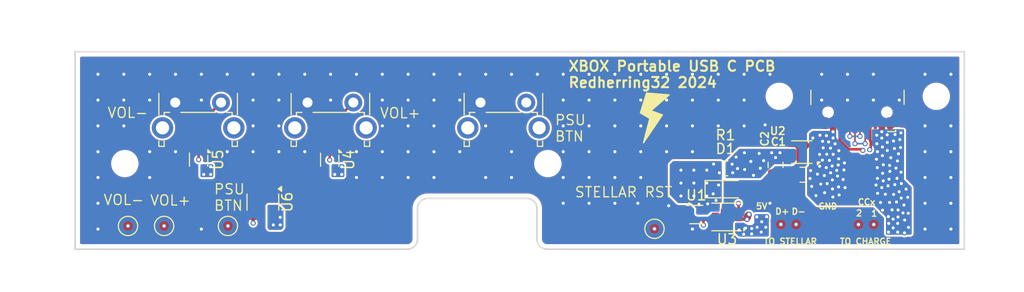
<source format=kicad_pcb>
(kicad_pcb (version 20241229) (generator "pcbnew") (generator_version "9.0")
  (layers (0 "F.Cu" signal) (4 "In1.Cu" signal) (6 "In2.Cu" signal) (2 "B.Cu" signal) (13 "F.Paste" user) (15 "B.Paste" user) (5 "F.SilkS" user "F.Silkscreen") (7 "B.SilkS" user "B.Silkscreen") (1 "F.Mask" user) (3 "B.Mask" user) (25 "Edge.Cuts" user))
  (net 0 "")
  (net 1 "GND")
  (net 2 "IN")
  (net 3 "Net-(C2-Pad1)")
  (net 4 "+5V")
  (net 6 "/STELLAR-RST")
  (net 7 "Net-(U1-Pad4)")
  (net 8 "/STELLAR-VCC")
  (net 10 "/VOL+")
  (net 11 "Net-(U4-Pad4)")
  (net 12 "Net-(U5-Pad4)")
  (net 14 "/VOL-")
  (net 15 "/DN")
  (net 17 "/DP")
  (net 18 "/CC2")
  (net 20 "/CC1")
  (net 21 "/PWR")
  (footprint "Button_Switch_THT:SW_Tactile_SPST_Angled_PTS645Vx58-2LFS" (layer "F.Cu") (at 126.59194 84.7825)
    (property "Reference" "SW1" (hide yes))
    (property "Value" "SW_Push")
  )
  (footprint "Package_TO_SOT_SMD:SOT-553" (layer "F.Cu") (at 128.89 90.41 -90)
    (property "Reference" "U5")
    (property "Value" "74LVC1GU04DRL")
  )
  (footprint "Resistor_SMD:R_0805_2012Metric" (layer "F.Cu") (at 180.68 91.26 180)
    (property "Reference" "R1")
    (property "Value" "100R")
  )
  (footprint "Package_TO_SOT_SMD:SOT-553" (layer "F.Cu") (at 177.8 95.81)
    (property "Reference" "U1")
    (property "Value" "74LVC1GU04DRL" (hide yes))
  )
  (footprint "MountingHole:MountingHole_2.2mm_M2" (layer "F.Cu") (at 121.63694 90.79042 -90)
    (property "Reference" "MH2" (hide yes))
    (property "Value" "MountingHole_2.2mm_M2")
  )
  (footprint "Package_TO_SOT_SMD:SOT-553" (layer "F.Cu") (at 141.7725 90.41 -90)
    (property "Reference" "U4")
    (property "Value" "74LVC1GU04DRL")
  )
  (footprint "Package_TO_SOT_SMD:SOT-23-5" (layer "F.Cu") (at 135.2025 94.58 -90)
    (property "Reference" "U6")
    (property "Value" "74AHC1G00")
  )
  (footprint "Button_Switch_THT:SW_Tactile_SPST_Angled_PTS645Vx58-2LFS" (layer "F.Cu") (at 156.59194 84.7825)
    (property "Reference" "SW3" (hide yes))
    (property "Value" "SW_Push")
  )
  (footprint "Connector_USB:USB_C_Receptacle_GCT_USB4110" (layer "F.Cu") (at 193.64 83.13 180)
    (property "Reference" "J1" (hide yes))
    (property "Value" "USB_C_Receptacle_USB2.0_16P" (hide yes))
  )
  (footprint "MountingHole:MountingHole_2.2mm_M2" (layer "F.Cu") (at 185.95794 84.16942 -90)
    (property "Reference" "MH2" (hide yes))
    (property "Value" "MountingHole_2.2mm_M2")
  )
  (footprint "Package_DFN_QFN:DFN-6-1EP_2x2mm_P0.65mm_EP1.01x1.7mm" (layer "F.Cu") (at 188.17 89.66 180)
    (property "Reference" "U2")
    (property "Value" "NCP398MUTBG")
  )
  (footprint "XboxUSB-C:VBUS PADS" (layer "F.Cu") (at 186.86 96.78 180)
    (property "Reference" "J2" (hide yes))
    (property "Value" "Conn_01x04_Pin")
  )
  (footprint "TestPoint:TestPoint_Pad_D1.5mm" (layer "F.Cu") (at 125.5 96.93)
    (property "Reference" "VOL+1" (hide yes))
    (property "Value" "TestPoint")
  )
  (footprint "Capacitor_SMD:C_0805_2012Metric" (layer "F.Cu") (at 188.25 91.89 180)
    (property "Reference" "C1")
    (property "Value" "1uF")
  )
  (footprint "TestPoint:TestPoint_Pad_D1.5mm" (layer "F.Cu") (at 131.77 96.93)
    (property "Reference" "PWR1" (hide yes))
    (property "Value" "TestPoint")
  )
  (footprint "TestPoint:TestPoint_Pad_D1.5mm" (layer "F.Cu") (at 173.69 97.21)
    (property "Reference" "RST1" (hide yes))
    (property "Value" "TestPoint")
  )
  (footprint "XboxUSB-C:VBUS PADS" (layer "F.Cu") (at 194.49 96.79)
    (property "Reference" "J3" (hide yes))
    (property "Value" "Conn_01x04_Pin" (hide yes))
  )
  (footprint "TestPoint:TestPoint_Pad_D1.5mm" (layer "F.Cu") (at 121.95 96.93)
    (property "Reference" "VOL-1" (hide yes))
    (property "Value" "TestPoint")
  )
  (footprint "MountingHole:MountingHole_2.2mm_M2" (layer "F.Cu") (at 201.38794 84.16942 -90)
    (property "Reference" "MH1" (hide yes))
    (property "Value" "MountingHole_2.2mm_M2")
  )
  (footprint "Diode_SMD:D_SOD-323_HandSoldering" (layer "F.Cu") (at 180.67 93.31)
    (property "Reference" "D1")
    (property "Value" "5.1V")
  )
  (footprint "MountingHole:MountingHole_2.2mm_M2" (layer "F.Cu") (at 163.20694 90.79042 -90)
    (property "Reference" "MH2" (hide yes))
    (property "Value" "MountingHole_2.2mm_M2")
  )
  (footprint "Package_SON:WSON-8-1EP_3x2.5mm_P0.5mm_EP1.2x1.5mm_PullBack" (layer "F.Cu") (at 180.82 96.045 180)
    (property "Reference" "U3")
    (property "Value" "TMUX1101DCK")
  )
  (footprint "Button_Switch_THT:SW_Tactile_SPST_Angled_PTS645Vx58-2LFS" (layer "F.Cu") (at 139.59194 84.7825)
    (property "Reference" "SW2" (hide yes))
    (property "Value" "SW_Push")
  )
  (footprint "Capacitor_SMD:C_0805_2012Metric" (layer "F.Cu") (at 185.59 90.92 -90)
    (property "Reference" "C2")
    (property "Value" "1uF")
  )
  (gr_poly (pts (xy 175.13 84.03) (xy 172.91 83.85) (xy 172.31 85.8) (xy 173.23 86.34) (xy 172.61 88.74) (xy 174.47 86) (xy 173.34 85.59)) (stroke (width 0.127)) (fill yes) (layer "F.SilkS"))
  (gr_arc (start 150.402 98.22) (mid 150.109107 98.927107) (end 149.402 99.22) (stroke (width 0.1524)) (layer "Edge.Cuts"))
  (gr_line (start 161.14 94.22) (end 151.402 94.22) (stroke (width 0.1524)) (layer "Edge.Cuts"))
  (gr_line (start 163.14 99.22) (end 204.14 99.22) (stroke (width 0.1524)) (layer "Edge.Cuts"))
  (gr_line (start 204.14 79.7707) (end 116.75 79.7707) (stroke (width 0.1524)) (layer "Edge.Cuts"))
  (gr_arc (start 163.14 99.22) (mid 162.432893 98.927107) (end 162.14 98.22) (stroke (width 0.1524)) (layer "Edge.Cuts"))
  (gr_line (start 204.14 99.22) (end 204.14 79.7707) (stroke (width 0.1524)) (layer "Edge.Cuts"))
  (gr_arc (start 150.402 95.22) (mid 150.694893 94.512893) (end 151.402 94.22) (stroke (width 0.1524)) (layer "Edge.Cuts"))
  (gr_line (start 116.75 99.22) (end 149.402 99.22) (stroke (width 0.1524)) (layer "Edge.Cuts"))
  (gr_line (start 150.402 95.22) (end 150.402 98.22) (stroke (width 0.1524)) (layer "Edge.Cuts"))
  (gr_arc (start 161.14 94.22) (mid 161.847107 94.512893) (end 162.14 95.22) (stroke (width 0.1524)) (layer "Edge.Cuts"))
  (gr_line (start 162.14 98.22) (end 162.14 95.22) (stroke (width 0.1524)) (layer "Edge.Cuts"))
  (gr_line (start 116.75 79.7707) (end 116.75 99.22) (stroke (width 0.1524)) (layer "Edge.Cuts"))
  (gr_text "2" (at 193.43 96.03 0) (layer "F.SilkS") (effects (font (size 0.6 0.6) (thickness 0.127) (bold yes)) (justify left bottom)))
  (gr_text "PSU\nBTN" (at 163.84 88.7 0) (layer "F.SilkS") (effects (font (size 1 1) (thickness 0.127) (bold yes)) (justify left bottom)))
  (gr_text "PSU\nBTN" (at 130.33 95.51 0) (layer "F.SilkS") (effects (font (size 1 1) (thickness 0.127) (bold yes)) (justify left bottom)))
  (gr_text "1" (at 194.92 96.05 0) (layer "F.SilkS") (effects (font (size 0.6 0.6) (thickness 0.127) (bold yes)) (justify left bottom)))
  (gr_text "VOL-" (at 119.86 86.37 0) (layer "F.SilkS") (effects (font (size 1 1) (thickness 0.127) (bold yes)) (justify left bottom)))
  (gr_text "D-" (at 187.1 95.86 0) (layer "F.SilkS") (effects (font (size 0.6 0.6) (thickness 0.127) (bold yes)) (justify left bottom)))
  (gr_text "CCx" (at 193.6 94.93 0) (layer "F.SilkS") (effects (font (size 0.6 0.6) (thickness 0.127) (bold yes)) (justify left bottom)))
  (gr_text "XBOX Portable USB C PCB\nRedherring32 2024" (at 165.14 83.4 0) (layer "F.SilkS") (effects (font (size 1 1) (thickness 0.2) (bold yes)) (justify left bottom)))
  (gr_text "VOL+" (at 146.64 86.41 0) (layer "F.SilkS") (effects (font (size 1 1) (thickness 0.127) (bold yes)) (justify left bottom)))
  (gr_text "VOL+" (at 124.05 95 0) (layer "F.SilkS") (effects (font (size 1 1) (thickness 0.127) (bold yes)) (justify left bottom)))
  (gr_text "TO CHARGE" (at 191.84 98.81 0) (layer "F.SilkS") (effects (font (size 0.6 0.6) (thickness 0.127) (bold yes)) (justify left bottom)))
  (gr_text "5V" (at 183.6 95.34 0) (layer "F.SilkS") (effects (font (size 0.6 0.6) (thickness 0.127) (bold yes)) (justify left bottom)))
  (gr_text "TO STELLAR" (at 184.36 98.81 0) (layer "F.SilkS") (effects (font (size 0.6 0.6) (thickness 0.127) (bold yes)) (justify left bottom)))
  (gr_text "VOL-" (at 119.47 94.95 0) (layer "F.SilkS") (effects (font (size 1 1) (thickness 0.127) (bold yes)) (justify left bottom)))
  (gr_text "STELLAR RST" (at 165.79 94.19 0) (layer "F.SilkS") (effects (font (size 1 1) (thickness 0.127) (bold yes)) (justify left bottom)))
  (gr_text "D+" (at 185.49 95.85 0) (layer "F.SilkS") (effects (font (size 0.6 0.6) (thickness 0.127) (bold yes)) (justify left bottom)))
  (gr_text "GND" (at 189.73 95.35 0) (layer "F.SilkS") (effects (font (size 0.6 0.6) (thickness 0.127) (bold yes)) (justify left bottom)))
  (via (at 136.78 84.54) (size 0.6096) (drill 0.3048) (layers "F.Cu" "B.Cu") (net 1))
  (via (at 144.4 89.62) (size 0.6096) (drill 0.3048) (layers "F.Cu" "B.Cu") (net 1))
  (via (at 119 87.08) (size 0.6096) (drill 0.3048) (layers "F.Cu" "B.Cu") (net 1))
  (via (at 119 97.24) (size 0.6096) (drill 0.3048) (layers "F.Cu" "B.Cu") (net 1))
  (via (at 124.08 82) (size 0.6096) (drill 0.3048) (layers "F.Cu" "B.Cu") (net 1))
  (via (at 200.28 89.62) (size 0.6096) (drill 0.3048) (layers "F.Cu" "B.Cu") (net 1))
  (via (at 134.24 87.08) (size 0.6096) (drill 0.3048) (layers "F.Cu" "B.Cu") (net 1))
  (via (at 136.78 82) (size 0.6096) (drill 0.3048) (layers "F.Cu" "B.Cu") (net 1))
  (via (at 169.8 84.54) (size 0.6096) (drill 0.3048) (layers "F.Cu" "B.Cu") (net 1))
  (via (at 172.34 89.62) (size 0.6096) (drill 0.3048) (layers "F.Cu" "B.Cu") (net 1))
  (via (at 149.48 82) (size 0.6096) (drill 0.3048) (layers "F.Cu" "B.Cu") (net 1))
  (via (at 192.66 84.54) (size 0.6096) (drill 0.3048) (layers "F.Cu" "B.Cu") (net 1))
  (via (at 129.16 97.24) (size 0.6096) (drill 0.3048) (layers "F.Cu" "B.Cu") (net 1))
  (via (at 169.8 94.7) (size 0.6096) (drill 0.3048) (layers "F.Cu" "B.Cu") (net 1))
  (via (at 195.2 82) (size 0.6096) (drill 0.3048) (layers "F.Cu" "B.Cu") (net 1))
  (via (at 121.54 87.08) (size 0.6096) (drill 0.3048) (layers "F.Cu" "B.Cu") (net 1))
  (via (at 119 82) (size 0.6096) (drill 0.3048) (layers "F.Cu" "B.Cu") (net 1))
  (via (at 164.72 87.08) (size 0.6096) (drill 0.3048) (layers "F.Cu" "B.Cu") (net 1))
  (via (at 134.24 89.62) (size 0.6096) (drill 0.3048) (layers "F.Cu" "B.Cu") (net 1))
  (via (at 202.82 89.62) (size 0.6096) (drill 0.3048) (layers "F.Cu" "B.Cu") (net 1))
  (via (at 124.08 84.54) (size 0.6096) (drill 0.3048) (layers "F.Cu" "B.Cu") (net 1))
  (via (at 179.96 87.08) (size 0.6096) (drill 0.3048) (layers "F.Cu" "B.Cu") (net 1))
  (via (at 169.8 82) (size 0.6096) (drill 0.3048) (layers "F.Cu" "B.Cu") (net 1))
  (via (at 157.1 87.08) (size 0.6096) (drill 0.3048) (layers "F.Cu" "B.Cu") (net 1))
  (via (at 139.32 82) (size 0.6096) (drill 0.3048) (layers "F.Cu" "B.Cu") (net 1))
  (via (at 146.94 89.62) (size 0.6096) (drill 0.3048) (layers "F.Cu" "B.Cu") (net 1))
  (via (at 157.1 92.16) (size 0.6096) (drill 0.3048) (layers "F.Cu" "B.Cu") (net 1))
  (via (at 152.02 82) (size 0.6096) (drill 0.3048) (layers "F.Cu" "B.Cu") (net 1))
  (via (at 169.8 87.08) (size 0.6096) (drill 0.3048) (layers "F.Cu" "B.Cu") (net 1))
  (via (at 162.18 82) (size 0.6096) (drill 0.3048) (layers "F.Cu" "B.Cu") (net 1))
  (via (at 177.42 89.62) (size 0.6096) (drill 0.3048) (layers "F.Cu" "B.Cu") (net 1))
  (via (at 146.94 87.08) (size 0.6096) (drill 0.3048) (layers "F.Cu" "B.Cu") (net 1))
  (via (at 129.16 84.54) (size 0.6096) (drill 0.3048) (layers "F.Cu" "B.Cu") (net 1))
  (via (at 152.02 89.62) (size 0.6096) (drill 0.3048) (layers "F.Cu" "B.Cu") (net 1))
  (via (at 146.94 84.54) (size 0.6096) (drill 0.3048) (layers "F.Cu" "B.Cu") (net 1))
  (via (at 167.26 82) (size 0.6096) (drill 0.3048) (layers "F.Cu" "B.Cu") (net 1))
  (via (at 131.7 89.62) (size 0.6096) (drill 0.3048) (layers "F.Cu" "B.Cu") (net 1))
  (via (at 129.16 82) (size 0.6096) (drill 0.3048) (layers "F.Cu" "B.Cu") (net 1))
  (via (at 167.26 89.62) (size 0.6096) (drill 0.3048) (layers "F.Cu" "B.Cu") (net 1))
  (via (at 141.86 82) (size 0.6096) (drill 0.3048) (layers "F.Cu" "B.Cu") (net 1))
  (via (at 172.05 94.7) (size 0.6096) (drill 0.3048) (layers "F.Cu" "B.Cu") (net 1))
  (via (at 126.62 82) (size 0.6096) (drill 0.3048) (layers "F.Cu" "B.Cu") (net 1))
  (via (at 146.94 82) (size 0.6096) (drill 0.3048) (layers "F.Cu" "B.Cu") (net 1))
  (via (at 195.2 84.54) (size 0.6096) (drill 0.3048) (layers "F.Cu" "B.Cu") (net 1))
  (via (at 131.7 82) (size 0.6096) (drill 0.3048) (layers "F.Cu" "B.Cu") (net 1))
  (via (at 169.8 89.62) (size 0.6096) (drill 0.3048) (layers "F.Cu" "B.Cu") (net 1))
  (via (at 177.42 97.24) (size 0.6096) (drill 0.3048) (layers "F.Cu" "B.Cu") (net 1))
  (via (at 174.88 87.08) (size 0.6096) (drill 0.3048) (layers "F.Cu" "B.Cu") (net 1))
  (via (at 119 84.54) (size 0.6096) (drill 0.3048) (layers "F.Cu" "B.Cu") (net 1))
  (via (at 164.72 94.7) (size 0.6096) (drill 0.3048) (layers "F.Cu" "B.Cu") (net 1))
  (via (at 190.12 82) (size 0.6096) (drill 0.3048) (layers "F.Cu" "B.Cu") (net 1))
  (via (at 119 89.62) (size 0.6096) (drill 0.3048) (layers "F.Cu" "B.Cu") (net 1))
  (via (at 164.72 89.62) (size 0.6096) (drill 0.3048) (layers "F.Cu" "B.Cu") (net 1))
  (via (at 167.26 92.16) (size 0.6096) (drill 0.3048) (layers "F.Cu" "B.Cu") (net 1))
  (via (at 124.08 89.62) (size 0.6096) (drill 0.3048) (layers "F.Cu" "B.Cu") (net 1))
  (via (at 159.64 89.62) (size 0.6096) (drill 0.3048) (layers "F.Cu" "B.Cu") (net 1))
  (via (at 190.12 84.54) (size 0.6096) (drill 0.3048) (layers "F.Cu" "B.Cu") (net 1))
  (via (at 154.56 84.54) (size 0.6096) (drill 0.3048) (layers "F.Cu" "B.Cu") (net 1))
  (via (at 149.48 84.54) (size 0.6096) (drill 0.3048) (layers "F.Cu" "B.Cu") (net 1))
  (via (at 200.28 82) (size 0.6096) (drill 0.3048) (layers "F.Cu" "B.Cu") (net 1))
  (via (at 167.26 94.7) (size 0.6096) (drill 0.3048) (layers "F.Cu" "B.Cu") (net 1))
  (via (at 182.5 87.08) (size 0.6096) (drill 0.3048) (layers "F.Cu" "B.Cu") (net 1))
  (via (at 154.56 89.62) (size 0.6096) (drill 0.3048) (layers "F.Cu" "B.Cu") (net 1))
  (via (at 200.28 87.08) (size 0.6096) (drill 0.3048) (layers "F.Cu" "B.Cu") (net 1))
  (via (at 185.04 82) (size 0.6096) (drill 0.3048) (layers "F.Cu" "B.Cu") (net 1))
  (via (at 124.08 92.16) (size 0.6096) (drill 0.3048) (layers "F.Cu" "B.Cu") (net 1))
  (via (at 159.64 82) (size 0.6096) (drill 0.3048) (layers "F.Cu" "B.Cu") (net 1))
  (via (at 157.1 82) (size 0.6096) (drill 0.3048) (layers "F.Cu" "B.Cu") (net 1))
  (via (at 149.48 87.08) (size 0.6096) (drill 0.3048) (layers "F.Cu" "B.Cu") (net 1))
  (via (at 200.28 97.24) (size 0.6096) (drill 0.3048) (layers "F.Cu" "B.Cu") (net 1))
  (via (at 174.88 89.62) (size 0.6096) (drill 0.3048) (layers "F.Cu" "B.Cu") (net 1))
  (via (at 197.74 84.54) (size 0.6096) (drill 0.3048) (layers "F.Cu" "B.Cu") (net 1))
  (via (at 139.32 89.62) (size 0.6096) (drill 0.3048) (layers "F.Cu" "B.Cu") (net 1))
  (via (at 169.8 92.16) (size 0.6096) (drill 0.3048) (layers "F.Cu" "B.Cu") (net 1))
  (via (at 146.94 92.16) (size 0.6096) (drill 0.3048) (layers "F.Cu" "B.Cu") (net 1))
  (via (at 184.56 86.98) (size 0.6096) (drill 0.3048) (layers "F.Cu" "B.Cu") (net 1))
  (via (at 149.48 89.62) (size 0.6096) (drill 0.3048) (layers "F.Cu" "B.Cu") (net 1))
  (via (at 119 92.16) (size 0.6096) (drill 0.3048) (layers "F.Cu" "B.Cu") (net 1))
  (via (at 174.88 84.54) (size 0.6096) (drill 0.3048) (layers "F.Cu" "B.Cu") (net 1))
  (via (at 164.72 82) (size 0.6096) (drill 0.3048) (layers "F.Cu" "B.Cu") (net 1))
  (via (at 126.62 89.62) (size 0.6096) (drill 0.3048) (layers "F.Cu" "B.Cu") (net 1))
  (via (at 185.04 94.7) (size 0.6096) (drill 0.3048) (layers "F.Cu" "B.Cu") (net 1))
  (via (at 167.26 87.08) (size 0.6096) (drill 0.3048) (layers "F.Cu" "B.Cu") (net 1))
  (via (at 134.24 84.54) (size 0.6096) (drill 0.3048) (layers "F.Cu" "B.Cu") (net 1))
  (via (at 202.82 97.24) (size 0.6096) (drill 0.3048) (layers "F.Cu" "B.Cu") (net 1))
  (via (at 159.64 92.16) (size 0.6096) (drill 0.3048) (layers "F.Cu" "B.Cu") (net 1))
  (via (at 179.96 82) (size 0.6096) (drill 0.3048) (layers "F.Cu" "B.Cu") (net 1))
  (via (at 136.78 87.08) (size 0.6096) (drill 0.3048) (layers "F.Cu" "B.Cu") (net 1))
  (via (at 202.82 82) (size 0.6096) (drill 0.3048) (layers "F.Cu" "B.Cu") (net 1))
  (via (at 144.4 92.16) (size 0.6096) (drill 0.3048) (layers "F.Cu" "B.Cu") (net 1))
  (via (at 200.28 92.16) (size 0.6096) (drill 0.3048) (layers "F.Cu" "B.Cu") (net 1))
  (via (at 144.4 82) (size 0.6096) (drill 0.3048) (layers "F.Cu" "B.Cu") (net 1))
  (via (at 164.72 92.16) (size 0.6096) (drill 0.3048) (layers "F.Cu" "B.Cu") (net 1))
  (via (at 136.78 89.62) (size 0.6096) (drill 0.3048) (layers "F.Cu" "B.Cu") (net 1))
  (via (at 154.56 82) (size 0.6096) (drill 0.3048) (layers "F.Cu" "B.Cu") (net 1))
  (via (at 177.42 84.54) (size 0.6096) (drill 0.3048) (layers "F.Cu" "B.Cu") (net 1))
  (via (at 167.26 84.54) (size 0.6096) (drill 0.3048) (layers "F.Cu" "B.Cu") (net 1))
  (via (at 202.82 87.08) (size 0.6096) (drill 0.3048) (layers "F.Cu" "B.Cu") (net 1))
  (via (at 164.72 84.54) (size 0.6096) (drill 0.3048) (layers "F.Cu" "B.Cu") (net 1))
  (via (at 172.34 84.54) (size 0.6096) (drill 0.3048) (layers "F.Cu" "B.Cu") (net 1))
  (via (at 141.86 84.54) (size 0.6096) (drill 0.3048) (layers "F.Cu" "B.Cu") (net 1))
  (via (at 202.82 94.7) (size 0.6096) (drill 0.3048) (layers "F.Cu" "B.Cu") (net 1))
  (via (at 182.5 82) (size 0.6096) (drill 0.3048) (layers "F.Cu" "B.Cu") (net 1))
  (via (at 172.34 92.16) (size 0.6096) (drill 0.3048) (layers "F.Cu" "B.Cu") (net 1))
  (via (at 179.96 84.54) (size 0.6096) (drill 0.3048) (layers "F.Cu" "B.Cu") (net 1))
  (via (at 182.5 84.54) (size 0.6096) (drill 0.3048) (layers "F.Cu" "B.Cu") (net 1))
  (via (at 200.28 94.7) (size 0.6096) (drill 0.3048) (layers "F.Cu" "B.Cu") (net 1))
  (via (at 172.34 87.08) (size 0.6096) (drill 0.3048) (layers "F.Cu" "B.Cu") (net 1))
  (via (at 152.02 92.16) (size 0.6096) (drill 0.3048) (layers "F.Cu" "B.Cu") (net 1))
  (via (at 152.02 87.08) (size 0.6096) (drill 0.3048) (layers "F.Cu" "B.Cu") (net 1))
  (via (at 192.66 82) (size 0.6096) (drill 0.3048) (layers "F.Cu" "B.Cu") (net 1))
  (via (at 152.02 84.54) (size 0.6096) (drill 0.3048) (layers "F.Cu" "B.Cu") (net 1))
  (via (at 177.42 82) (size 0.6096) (drill 0.3048) (layers "F.Cu" "B.Cu") (net 1))
  (via (at 172.34 82) (size 0.6096) (drill 0.3048) (layers "F.Cu" "B.Cu") (net 1))
  (via (at 202.82 92.16) (size 0.6096) (drill 0.3048) (layers "F.Cu" "B.Cu") (net 1))
  (via (at 174.88 82) (size 0.6096) (drill 0.3048) (layers "F.Cu" "B.Cu") (net 1))
  (via (at 175.09 94.94) (size 0.6096) (drill 0.3048) (layers "F.Cu" "B.Cu") (net 1))
  (via (at 177.42 87.08) (size 0.6096) (drill 0.3048) (layers "F.Cu" "B.Cu") (net 1))
  (via (at 149.48 92.16) (size 0.6096) (drill 0.3048) (layers "F.Cu" "B.Cu") (net 1))
  (via (at 121.54 84.54) (size 0.6096) (drill 0.3048) (layers "F.Cu" "B.Cu") (net 1))
  (via (at 134.24 82) (size 0.6096) (drill 0.3048) (layers "F.Cu" "B.Cu") (net 1))
  (via (at 119 94.7) (size 0.6096) (drill 0.3048) (layers "F.Cu" "B.Cu") (net 1))
  (via (at 121.54 82) (size 0.6096) (drill 0.3048) (layers "F.Cu" "B.Cu") (net 1))
  (via (at 197.59 96.68) (size 0.5) (drill 0.3) (layers "F.Cu" "B.Cu") (net 2))
  (via (at 190.38 91.97) (size 0.5) (drill 0.3) (layers "F.Cu" "B.Cu") (net 2))
  (via (at 191.17 92.4) (size 0.5) (drill 0.3) (layers "F.Cu" "B.Cu") (net 2))
  (via (at 196.71 96.68) (size 0.5) (drill 0.3) (layers "F.Cu" "B.Cu") (net 2))
  (via (at 197.95 92.76) (size 0.5) (drill 0.3) (layers "F.Cu" "B.Cu") (net 2))
  (via (at 198.42 93.31) (size 0.5) (drill 0.3) (layers "F.Cu" "B.Cu") (net 2))
  (via (at 197.31 92.86) (size 0.5) (drill 0.3) (layers "F.Cu" "B.Cu") (net 2))
  (via (at 197.74 93.56) (size 0.5) (drill 0.3) (layers "F.Cu" "B.Cu") (net 2))
  (via (at 196.64 92.98) (size 0.5) (drill 0.3) (layers "F.Cu" "B.Cu") (net 2))
  (via (at 198.11 95.65) (size 0.5) (drill 0.3) (layers "F.Cu" "B.Cu") (net 2))
  (via (at 195.6 89.62) (size 0.5) (drill 0.3) (layers "F.Cu" "B.Cu") (net 2))
  (via (at 196.82 91.56) (size 0.5) (drill 0.3) (layers "F.Cu" "B.Cu") (net 2))
  (via (at 189.92 89.89) (size 0.5) (drill 0.3) (layers "F.Cu" "B.Cu") (net 2))
  (via (at 191 91.7) (size 0.5) (drill 0.3) (layers "F.Cu" "B.Cu") (net 2))
  (via (at 191.6 91.46) (size 0.5) (drill 0.3) (layers "F.Cu" "B.Cu") (net 2))
  (via (at 196.11 91.75) (size 0.5) (drill 0.3) (layers "F.Cu" "B.Cu") (net 2))
  (via (at 196.03 88.28) (size 0.5) (drill 0.3) (layers "F.Cu" "B.Cu") (net 2))
  (via (at 196.09 90.01) (size 0.5) (drill 0.3) (layers "F.Cu" "B.Cu") (net 2))
  (via (at 197.67 89.83) (size 0.5) (drill 0.3) (layers "F.Cu" "B.Cu") (net 2))
  (via (at 196.17 92.49) (size 0.5) (drill 0.3) (layers "F.Cu" "B.Cu") (net 2))
  (via (at 190.59 88.04) (size 0.5) (drill 0.3) (layers "F.Cu" "B.Cu") (net 2))
  (via (at 196.67 96.01) (size 0.5) (drill 0.3) (layers "F.Cu" "B.Cu") (net 2))
  (via (at 198.28 96.35) (size 0.5) (drill 0.3) (layers "F.Cu" "B.Cu") (net 2))
  (via (at 190.62 89.88) (size 0.5) (drill 0.3) (layers "F.Cu" "B.Cu") (net 2))
  (via (at 191.79 90.32) (size 0.5) (drill 0.3) (layers "F.Cu" "B.Cu") (net 2))
  (via (at 196.91 90.21) (size 0.5) (drill 0.3) (layers "F.Cu" "B.Cu") (net 2))
  (via (at 189.56 93.94) (size 0.5) (drill 0.3) (layers "F.Cu" "B.Cu") (net 2))
  (via (at 191.75 90.93) (size 0.5) (drill 0.3) (layers "F.Cu" "B.Cu") (net 2))
  (via (at 190.66 92.76) (size 0.5) (drill 0.3) (layers "F.Cu" "B.Cu") (net 2))
  (via (at 191.15 91.03) (size 0.5) (drill 0.3) (layers "F.Cu" "B.Cu") (net 2))
  (via (at 190.21 88.6) (size 0.5) (drill 0.3) (layers "F.Cu" "B.Cu") (net 2))
  (via (at 195.59 91.19) (size 0.5) (drill 0.3) (layers "F.Cu" "B.Cu") (net 2))
  (via (at 195.6 92.25) (size 0.5) (drill 0.3) (layers "F.Cu" "B.Cu") (net 2))
  (via (at 196.69 97.53) (size 0.5) (drill 0.3) (layers "F.Cu" "B.Cu") (net 2))
  (via (at 191.24 87.66) (size 0.5) (drill 0.3) (layers "F.Cu" "B.Cu") (net 2))
  (via (at 197.63 95.36) (size 0.5) (drill 0.3) (layers "F.Cu" "B.Cu") (net 2))
  (via (at 191.84 93.88) (size 0.5) (drill 0.3) (layers "F.Cu" "B.Cu") (net 2))
  (via (at 190.8 88.66) (size 0.5) (drill 0.3) (layers "F.Cu" "B.Cu") (net 2))
  (via (at 196.03 87.66) (size 0.5) (drill 0.3) (layers "F.Cu" "B.Cu") (net 2))
  (via (at 197.33 87.93) (size 0.5) (drill 0.3) (layers "F.Cu" "B.Cu") (net 2))
  (via (at 191.44 88.84) (size 0.5) (drill 0.3) (layers "F.Cu" "B.Cu") (net 2))
  (via (at 196.56 87.96) (size 0.5) (drill 0.3) (layers "F.Cu" "B.Cu") (net 2))
  (via (at 197.92 91.64) (size 0.5) (drill 0.3) (layers "F.Cu" "B.Cu") (net 2))
  (via (at 195.62 93.72) (size 0.5) (drill 0.3) (layers "F.Cu" "B.Cu") (net 2))
  (via (at 196.38 93.81) (size 0.5) (drill 0.3) (layers "F.Cu" "B.Cu") (net 2))
  (via (at 197.94 94.18) (size 0.5) (drill 0.3) (layers "F.Cu" "B.Cu") (net 2))
  (via (at 189.03 91.48) (size 0.5) (drill 0.3) (layers "F.Cu" "B.Cu") (net 2))
  (via (at 189.14 93.04) (size 0.5) (drill 0.3) (layers "F.Cu" "B.Cu") (net 2))
  (via (at 195.9 94.62) (size 0.5) (drill 0.3) (layers "F.Cu" "B.Cu") (net 2))
  (via (at 191.81 89.52) (size 0.5) (drill 0.3) (layers "F.Cu" "B.Cu") (net 2))
  (via (at 198.65 97.07) (size 0.5) (drill 0.3) (layers "F.Cu" "B.Cu") (net 2))
  (via (at 197.14 96.26) (size 0.5) (drill 0.3) (layers "F.Cu" "B.Cu") (net 2))
  (via (at 195.5 90.36) (size 0.5) (drill 0.3) (layers "F.Cu" "B.Cu") (net 2))
  (via (at 197.62 96.05) (size 0.5) (drill 0.3) (layers "F.Cu" "B.Cu") (net 2))
  (via (at 192.31 91.42) (size 0.5) (drill 0.3) (layers "F.Cu" "B.Cu") (net 2))
  (via (at 192.42 93.16) (size 0.5) (drill 0.3) (layers "F.Cu" "B.Cu") (net 2))
  (via (at 197.19 93.83) (size 0.5) (drill 0.3) (layers "F.Cu" "B.Cu") (net 2))
  (via (at 195.46 92.9) (size 0.5) (drill 0.3) (layers "F.Cu" "B.Cu") (net 2))
  (via (at 191.22 94.08) (size 0.5) (drill 0.3) (layers "F.Cu" "B.Cu") (net 2))
  (via (at 197.14 97.12) (size 0.5) (drill 0.3) (layers "F.Cu" "B.Cu") (net 2))
  (via (at 197.27 89.31) (size 0.5) (drill 0.3) (layers "F.Cu" "B.Cu") (net 2))
  (via (at 198.21 94.87) (size 0.5) (drill 0.3) (layers "F.Cu" "B.Cu") (net 2))
  (via (at 189.92 91.05) (size 0.5) (drill 0.3) (layers "F.Cu" "B.Cu") (net 2))
  (via (at 197.42 91.24) (size 0.5) (drill 0.3) (layers "F.Cu" "B.Cu") (net 2))
  (via (at 196.74 92.33) (size 0.5) (drill 0.3) (layers "F.Cu" "B.Cu") (net 2))
  (via (at 197.04 95.35) (size 0.5) (drill 0.3) (layers "F.Cu" "B.Cu") (net 2))
  (via (at 196.8 90.97) (size 0.5) (drill 0.3) (layers "F.Cu" "B.Cu") (net 2))
  (via (at 197.59 97.53) (size 0.5) (drill 0.3) (layers "F.Cu" "B.Cu") (net 2))
  (via (at 195.54 88.84) (size 0.5) (drill 0.3) (layers "F.Cu" "B.Cu") (net 2))
  (via (at 190.57 91.19) (size 0.5) (drill 0.3) (layers "F.Cu" "B.Cu") (net 2))
  (via (at 190.99 89.27) (size 0.5) (drill 0.3) (layers "F.Cu" "B.Cu") (net 2))
  (via (at 198.58 94.11) (size 0.5) (drill 0.3) (layers "F.Cu" "B.Cu") (net 2))
  (via (at 190.03 92.81) (size 0.5) (drill 0.3) (layers "F.Cu" "B.Cu") (net 2))
  (via (at 189.71 91.83) (size 0.5) (drill 0.3) (layers "F.Cu" "B.Cu") (net 2))
  (via (at 195.53 88) (size 0.5) (drill 0.3) (layers "F.Cu" "B.Cu") (net 2))
  (via (at 189.25 88.28) (size 0.5) (drill 0.3) (layers "F.Cu" "B.Cu") (net 2))
  (via (at 196.79 94.62) (size 0.5) (drill 0.3) (layers "F.Cu" "B.Cu") (net 2))
  (via (at 197.57 90.53) (size 0.5) (drill 0.3) (layers "F.Cu" "B.Cu") (net 2))
  (via (at 188.98 92.26) (size 0.5) (drill 0.3) (layers "F.Cu" "B.Cu") (net 2))
  (via (at 197.87 89.21) (size 0.5) (drill 0.3) (layers "F.Cu" "B.Cu") (net 2))
  (via (at 198.26 97.61) (size 0.5) (drill 0.3) (layers "F.Cu" "B.Cu") (net 2))
  (via (at 192.23 92.36) (size 0.5) (drill 0.3) (layers "F.Cu" "B.Cu") (net 2))
  (via (at 196.09 89.16) (size 0.5) (drill 0.3) (layers "F.Cu" "B.Cu") (net 2))
  (via (at 197.47 94.57) (size 0.5) (drill 0.3) (layers "F.Cu" "B.Cu") (net 2))
  (via (at 190.19 90.45) (size 0.5) (drill 0.3) (layers "F.Cu" "B.Cu") (net 2))
  (via (at 190.27 89.24) (size 0.5) (drill 0.3) (layers "F.Cu" "B.Cu") (net 2))
  (via (at 197.52 92.24) (size 0.5) (drill 0.3) (layers "F.Cu" "B.Cu") (net 2))
  (via (at 196.57 89.5) (size 0.5) (drill 0.3) (layers "F.Cu" "B.Cu") (net 2))
  (via (at 196.03 93.16) (size 0.5) (drill 0.3) (layers "F.Cu" "B.Cu") (net 2))
  (via (at 191.78 93.09) (size 0.5) (drill 0.3) (layers "F.Cu" "B.Cu") (net 2))
  (via (at 192.36 90.73) (size 0.5) (drill 0.3) (layers "F.Cu" "B.Cu") (net 2))
  (via (at 191.25 89.88) (size 0.5) (drill 0.3) (layers "F.Cu" "B.Cu") (net 2))
  (via (at 197.18 88.57) (size 0.5) (drill 0.3) (layers "F.Cu" "B.Cu") (net 2))
  (via (at 196.18 90.91) (size 0.5) (drill 0.3) (layers "F.Cu" "B.Cu") (net 2))
  (via (at 191.18 93.29) (size 0.5) (drill 0.3) (layers "F.Cu" "B.Cu") (net 2))
  (via (at 196.57 88.71) (size 0.5) (drill 0.3) (layers "F.Cu" "B.Cu") (net 2))
  (via (at 190.41 93.66) (size 0.5) (drill 0.3) (layers "F.Cu" "B.Cu") (net 2))
  (via (at 190.88 90.48) (size 0.5) (drill 0.3) (layers "F.Cu" "B.Cu") (net 2))
  (via (at 198.63 95.68) (size 0.5) (drill 0.3) (layers "F.Cu" "B.Cu") (net 2))
  (via (at 189.95 88) (size 0.5) (drill 0.3) (layers "F.Cu" "B.Cu") (net 2))
  (via (at 197.91 87.77) (size 0.5) (drill 0.3) (layers "F.Cu" "B.Cu") (net 2))
  (via (at 191.24 88.27) (size 0.5) (drill 0.3) (layers "F.Cu" "B.Cu") (net 2))
  (via (at 196.1 95.38) (size 0.5) (drill 0.3) (layers "F.Cu" "B.Cu") (net 2))
  (via (at 191.68 92.02) (size 0.5) (drill 0.3) (layers "F.Cu" "B.Cu") (net 2))
  (via (at 197.8 88.43) (size 0.5) (drill 0.3) (layers "F.Cu" "B.Cu") (net 2))
  (via (at 184.09 91.25) (size 0.5) (drill 0.3) (layers "F.Cu" "B.Cu") (net 3))
  (via (at 185.59 90.2) (size 0.5) (drill 0.3) (layers "F.Cu" "B.Cu") (net 3))
  (via (at 181.32 90.85) (size 0.5) (drill 0.3) (layers "F.Cu" "B.Cu") (net 3))
  (via (at 186.02 89.72) (size 0.5) (drill 0.3) (layers "F.Cu" "B.Cu") (net 3))
  (via (at 182.55 91.38) (size 0.5) (drill 0.3) (layers "F.Cu" "B.Cu") (net 3))
  (via (at 181.38 91.69) (size 0.5) (drill 0.3) (layers "F.Cu" "B.Cu") (net 3))
  (via (at 185.21 89.72) (size 0.5) (drill 0.3) (layers "F.Cu" "B.Cu") (net 3))
  (via (at 181.85 91.28) (size 0.5) (drill 0.3) (layers "F.Cu" "B.Cu") (net 3))
  (via (at 183.16 90.58) (size 0.5) (drill 0.3) (layers "F.Cu" "B.Cu") (net 3))
  (via (at 183.42 91.95) (size 0.5) (drill 0.3) (layers "F.Cu" "B.Cu") (net 3))
  (via (at 181.71 90.15) (size 0.5) (drill 0.3) (layers "F.Cu" "B.Cu") (net 3))
  (via (at 182.53 89.72) (size 0.5) (drill 0.3) (layers "F.Cu" "B.Cu") (net 3))
  (via (at 183.98 89.79) (size 0.5) (drill 0.3) (layers "F.Cu" "B.Cu") (net 3))
  (via (at 184.42 90.5) (size 0.5) (drill 0.3) (layers "F.Cu" "B.Cu") (net 3))
  (via (at 179.99 92.9) (size 0.5) (drill 0.3) (layers "F.Cu" "B.Cu") (net 4))
  (via (at 176.29 92.71) (size 0.5) (drill 0.3) (layers "F.Cu" "B.Cu") (net 4))
  (via (at 178.83 92.71) (size 0.5) (drill 0.3) (layers "F.Cu" "B.Cu") (net 4))
  (via (at 130.07 91.86) (size 0.5) (drill 0.3) (layers "F.Cu" "B.Cu") (net 4))
  (via (at 136.91 96.83) (size 0.5) (drill 0.3) (layers "F.Cu" "B.Cu") (net 4))
  (via (at 177.56 93.98) (size 0.5) (drill 0.3) (layers "F.Cu" "B.Cu") (net 4))
  (via (at 179.46 93.77) (size 0.5) (drill 0.3) (layers "F.Cu" "B.Cu") (net 4))
  (via (at 179.74 94.42) (size 0.5) (drill 0.3) (layers "F.Cu" "B.Cu") (net 4))
  (via (at 178.06 94.8) (size 0.5) (drill 0.3) (layers "F.Cu" "B.Cu") (net 4))
  (via (at 136.23 96.83) (size 0.5) (drill 0.3) (layers "F.Cu" "B.Cu") (net 4))
  (via (at 180.07 91.7) (size 0.5) (drill 0.3) (layers "F.Cu" "B.Cu") (net 4))
  (via (at 176.29 91.44) (size 0.5) (drill 0.3) (layers "F.Cu" "B.Cu") (net 4))
  (via (at 142.27 91.86) (size 0.5) (drill 0.3) (layers "F.Cu" "B.Cu") (net 4))
  (via (at 177.56 92.71) (size 0.5) (drill 0.3) (layers "F.Cu" "B.Cu") (net 4))
  (via (at 182.98 95.79) (size 0.5) (drill 0.3) (layers "F.Cu" "B.Cu") (net 4))
  (via (at 178.83 91.44) (size 0.5) (drill 0.3) (layers "F.Cu" "B.Cu") (net 4))
  (via (at 176.29 93.98) (size 0.5) (drill 0.3) (layers "F.Cu" "B.Cu") (net 4))
  (via (at 142.95 91.86) (size 0.5) (drill 0.3) (layers "F.Cu" "B.Cu") (net 4))
  (via (at 142.95 91.11) (size 0.5) (drill 0.3) (layers "F.Cu" "B.Cu") (net 4))
  (via (at 182.78 96.29) (size 0.5) (drill 0.3) (layers "F.Cu" "B.Cu") (net 4))
  (via (at 177.56 91.44) (size 0.5) (drill 0.3) (layers "F.Cu" "B.Cu") (net 4))
  (via (at 136.91 96.08) (size 0.5) (drill 0.3) (layers "F.Cu" "B.Cu") (net 4))
  (via (at 179.5 90.84) (size 0.5) (drill 0.3) (layers "F.Cu" "B.Cu") (net 4))
  (via (at 178.83 93.98) (size 0.5) (drill 0.3) (layers "F.Cu" "B.Cu") (net 4))
  (via (at 130.07 91.11) (size 0.5) (drill 0.3) (layers "F.Cu" "B.Cu") (net 4))
  (via (at 129.39 91.86) (size 0.5) (drill 0.3) (layers "F.Cu" "B.Cu") (net 4))
  (via (at 178.92 94.76) (size 0.5) (drill 0.3) (layers "F.Cu" "B.Cu") (net 4))
  (segment (start 175.1 95.8) (end 177.24 95.8) (width 0.25) (layer "F.Cu") (net 6))
  (segment (start 173.69 97.21) (end 175.1 95.8) (width 0.25) (layer "F.Cu") (net 6))
  (segment (start 134.2525 96.6475) (end 134.25 96.65) (width 0.25) (layer "F.Cu") (net 6))
  (segment (start 134.2525 95.7175) (end 134.2525 96.6475) (width 0.25) (layer "F.Cu") (net 6))
  (via (at 173.69 97.21) (size 0.5) (drill 0.3) (layers "F.Cu" "B.Cu") (net 6))
  (via (at 134.25 96.65) (size 0.5) (drill 0.3) (layers "F.Cu" "B.Cu") (net 6))
  (segment (start 181.9575 94.7175) (end 181.95 94.71) (width 0.25) (layer "F.Cu") (net 7))
  (segment (start 181.9575 95.295) (end 181.9575 94.7175) (width 0.25) (layer "F.Cu") (net 7))
  (segment (start 178.5 96.31) (end 178.5 96.85) (width 0.25) (layer "F.Cu") (net 7))
  (via (at 181.95 94.71) (size 0.5) (drill 0.3) (layers "F.Cu" "B.Cu") (net 7))
  (via (at 178.5 96.85) (size 0.5) (drill 0.3) (layers "F.Cu" "B.Cu") (net 7))
  (via (at 184.18 97.54) (size 0.5) (drill 0.3) (layers "F.Cu" "B.Cu") (net 8))
  (via (at 183.75 96.04) (size 0.5) (drill 0.3) (layers "F.Cu" "B.Cu") (net 8))
  (via (at 184.63 97.06) (size 0.5) (drill 0.3) (layers "F.Cu" "B.Cu") (net 8))
  (via (at 183.25 97.19) (size 0.5) (drill 0.3) (layers "F.Cu" "B.Cu") (net 8))
  (via (at 182 97.33) (size 0.5) (drill 0.3) (layers "F.Cu" "B.Cu") (net 8))
  (via (at 182.46 97.75) (size 0.5) (drill 0.3) (layers "F.Cu" "B.Cu") (net 8))
  (via (at 184.71 96.02) (size 0.5) (drill 0.3) (layers "F.Cu" "B.Cu") (net 8))
  (via (at 182.64 97.15) (size 0.5) (drill 0.3) (layers "F.Cu" "B.Cu") (net 8))
  (via (at 183.78 97.06) (size 0.5) (drill 0.3) (layers "F.Cu" "B.Cu") (net 8))
  (via (at 183.24 97.71) (size 0.5) (drill 0.3) (layers "F.Cu" "B.Cu") (net 8))
  (via (at 184.23 96.52) (size 0.5) (drill 0.3) (layers "F.Cu" "B.Cu") (net 8))
  (segment (start 141.7725 87.10194) (end 144.09194 84.7825) (width 0.25) (layer "F.Cu") (net 10))
  (segment (start 141.7725 89.71) (end 141.7725 90.4375) (width 0.25) (layer "F.Cu") (net 10))
  (segment (start 141.7725 90.4375) (end 141.77 90.44) (width 0.25) (layer "F.Cu") (net 10))
  (segment (start 141.7725 89.71) (end 141.7725 87.10194) (width 0.25) (layer "F.Cu") (net 10))
  (via (at 141.77 90.44) (size 0.5) (drill 0.3) (layers "F.Cu" "B.Cu") (net 10))
  (via (at 125.5 96.93) (size 0.5) (drill 0.3) (layers "F.Cu" "B.Cu") (net 10))
  (segment (start 136.1525 91.9275) (end 136.1525 93.4425) (width 0.25) (layer "F.Cu") (net 11))
  (segment (start 141.2725 91.11) (end 136.97 91.11) (width 0.25) (layer "F.Cu") (net 11))
  (segment (start 136.97 91.11) (end 136.1525 91.9275) (width 0.25) (layer "F.Cu") (net 11))
  (segment (start 134.76 91.82) (end 135.2025 92.2625) (width 0.25) (layer "F.Cu") (net 12))
  (segment (start 128.39 91.11) (end 128.39 92.33) (width 0.25) (layer "F.Cu") (net 12))
  (segment (start 128.79 92.73) (end 132.22 92.73) (width 0.25) (layer "F.Cu") (net 12))
  (segment (start 128.39 92.33) (end 128.79 92.73) (width 0.25) (layer "F.Cu") (net 12))
  (segment (start 135.2025 92.2625) (end 135.2025 93.4425) (width 0.25) (layer "F.Cu") (net 12))
  (segment (start 132.22 92.73) (end 133.13 91.82) (width 0.25) (layer "F.Cu") (net 12))
  (segment (start 133.13 91.82) (end 134.76 91.82) (width 0.25) (layer "F.Cu") (net 12))
  (segment (start 128.89 86.98444) (end 131.09194 84.7825) (width 0.25) (layer "F.Cu") (net 14))
  (segment (start 128.89 89.71) (end 128.89 86.98444) (width 0.25) (layer "F.Cu") (net 14))
  (segment (start 128.89 89.71) (end 128.89 90.4) (width 0.25) (layer "F.Cu") (net 14))
  (via (at 121.95 96.93) (size 0.5) (drill 0.3) (layers "F.Cu" "B.Cu") (net 14))
  (via (at 128.89 90.4) (size 0.5) (drill 0.3) (layers "F.Cu" "B.Cu") (net 14))
  (segment (start 193.39 86.81) (end 193.39 88.83) (width 0.1524) (layer "F.Cu") (net 15))
  (segment (start 194.39 86.81) (end 194.39 88.83) (width 0.1524) (layer "F.Cu") (net 15))
  (via (at 187.61 96.78) (size 0.5) (drill 0.3) (layers "F.Cu" "B.Cu") (net 15))
  (via (at 193.39 88.83) (size 0.5) (drill 0.3) (layers "F.Cu" "B.Cu") (net 15))
  (via (at 194.39 88.83) (size 0.5) (drill 0.3) (layers "F.Cu" "B.Cu") (net 15))
  (segment (start 193.39 88.83) (end 194.39 88.83) (width 0.1524) (layer "B.Cu") (net 15))
  (segment (start 193.89 86.81) (end 193.89 88.11) (width 0.1524) (layer "F.Cu") (net 17))
  (segment (start 192.89 86.81) (end 192.89 88.11) (width 0.1524) (layer "F.Cu") (net 17))
  (via (at 186.11 96.78) (size 0.5) (drill 0.3) (layers "F.Cu" "B.Cu") (net 17))
  (via (at 192.89 88.11) (size 0.5) (drill 0.3) (layers "F.Cu" "B.Cu") (net 17))
  (via (at 193.89 88.11) (size 0.5) (drill 0.3) (layers "F.Cu" "B.Cu") (net 17))
  (segment (start 192.89 88.11) (end 193.89 88.11) (width 0.1524) (layer "B.Cu") (net 17))
  (segment (start 194.054292 89.3828) (end 192.7828 89.3828) (width 0.25) (layer "F.Cu") (net 18))
  (segment (start 191.89 88.49) (end 191.89 86.81) (width 0.25) (layer "F.Cu") (net 18))
  (segment (start 194.166343 89.494851) (end 194.054292 89.3828) (width 0.25) (layer "F.Cu") (net 18))
  (segment (start 192.7828 89.3828) (end 191.89 88.49) (width 0.25) (layer "F.Cu") (net 18))
  (via (at 194.166343 89.494851) (size 0.5) (drill 0.3) (layers "F.Cu" "B.Cu") (net 18))
  (via (at 193.74 96.79) (size 0.5) (drill 0.3) (layers "F.Cu" "B.Cu") (net 18))
  (segment (start 194.9428 88.601022) (end 194.89 88.548222) (width 0.25) (layer "F.Cu") (net 20))
  (segment (start 194.84 89.42) (end 194.9428 89.3172) (width 0.25) (layer "F.Cu") (net 20))
  (segment (start 194.89 88.548222) (end 194.89 86.81) (width 0.25) (layer "F.Cu") (net 20))
  (segment (start 194.9428 89.3172) (end 194.9428 88.601022) (width 0.25) (layer "F.Cu") (net 20))
  (via (at 194.84 89.42) (size 0.5) (drill 0.3) (layers "F.Cu" "B.Cu") (net 20))
  (via (at 195.24 96.79) (size 0.5) (drill 0.3) (layers "F.Cu" "B.Cu") (net 20))
  (via (at 131.77 96.93) (size 0.5) (drill 0.3) (layers "F.Cu" "B.Cu") (net 21))
  (zone (net 4) (net_name "+5V") (layer "F.Cu") (priority 8) (connect_pads yes (clearance 0.2032)) (min_thickness 0.25) (fill yes (thermal_gap 0.5) (thermal_bridge_width 0.5))
    (polygon (pts (xy 135.66 94.86) (xy 136.74 94.86) (xy 137.22 95.34) (xy 137.22 97.11) (xy 137.02 97.31) (xy 135.82 97.31) (xy 135.66 97.15)))
  )
  (zone (net 4) (net_name "+5V") (layer "F.Cu") (priority 4) (connect_pads yes (clearance 0.2032)) (min_thickness 0.25) (fill yes (thermal_gap 0.5) (thermal_bridge_width 0.5))
    (polygon (pts (xy 181.62 96.47) (xy 182.6 96.47) (xy 182.68 96.55) (xy 182.89 96.55) (xy 183.07 96.37) (xy 183.162075 96.172075) (xy 183.25 95.9) (xy 183.25 95.69) (xy 183.08 95.52) (xy 182.77 95.52) (xy 182.53 95.76) (xy 182.53 95.86) (xy 182.27 96.12) (xy 181.62 96.12)))
  )
  (zone (net 4) (net_name "+5V") (layer "F.Cu") (priority 7) (connect_pads yes (clearance 0.2032)) (min_thickness 0.25) (fill yes (thermal_gap 0.5) (thermal_bridge_width 0.5))
    (polygon (pts (xy 141.95 90.86) (xy 141.95 92.11) (xy 141.96 92.12) (xy 143.2 92.12) (xy 143.2 90.86)))
  )
  (zone (net 4) (net_name "+5V") (layer "F.Cu") (priority 3) (connect_pads yes (clearance 0.2032)) (min_thickness 0.25) (fill yes (thermal_gap 0.5) (thermal_bridge_width 0.5))
    (polygon (pts (xy 180.29 90.55) (xy 175.53 90.55) (xy 175.2 90.88) (xy 175.2 93.87) (xy 176 94.67) (xy 177.3 94.67) (xy 177.8 95.17) (xy 177.8 95.81) (xy 178.91 95.81) (xy 179.19 95.53) (xy 180.04 95.53) (xy 180.1 95.47) (xy 180.1 94.75) (xy 180.29 94.56)))
  )
  (zone (net 3) (net_name "Net-(C2-Pad1)") (layer "F.Cu") (priority 6) (connect_pads yes (clearance 0.2032)) (min_thickness 0.25) (fill yes (thermal_gap 0.5) (thermal_bridge_width 0.5))
    (polygon (pts (xy 180.68 92.18) (xy 180.73 92.23) (xy 184.08 92.23) (xy 185.47 90.84) (xy 187.26 90.84) (xy 187.64 90.46) (xy 187.64 89.43) (xy 187.55 89.34) (xy 182.03 89.34) (xy 180.68 90.69)))
  )
  (zone (net 2) (net_name "IN") (layer "F.Cu") (priority 1) (connect_pads yes (clearance 0.2032)) (min_thickness 0.25) (fill yes (thermal_gap 0.5) (thermal_bridge_width 0.5))
    (polygon (pts (xy 188.88 89.419883) (xy 188.88 90.99) (xy 188.7 91.17) (xy 188.7 93.9) (xy 189.7 94.9) (xy 195.3 94.9) (xy 196.45 96.05) (xy 196.45 97.79) (xy 198.96 97.79) (xy 198.96 93.12) (xy 198.21 92.37) (xy 198.22 87.4) (xy 196.34 87.4) (xy 196.34 86.23) (xy 195.74 86.23) (xy 195.74 86.64) (xy 195.05 87.33) (xy 195.05 89.5) (xy 194.83 89.72) (xy 193.03 89.72) (xy 191.54 88.23) (xy 191.54 86.23) (xy 190.94 86.23) (xy 190.94 87.59) (xy 189.207143 87.57895) (xy 188.88 87.849487) (xy 188.88 88.551603) (xy 189.1 88.73) (xy 189.65 88.73) (xy 189.650703 89.27) (xy 189.098473 89.27)))
  )
  (zone (net 1) (net_name "GND") (layer "F.Cu") (connect_pads yes (clearance 0.2032)) (min_thickness 0.25) (fill yes (thermal_gap 0.5) (thermal_bridge_width 0.5))
    (polygon (pts (xy 115.01 78.17) (xy 206.19 78.17) (xy 206.24 78.22) (xy 206.24 99.87) (xy 206.19 99.92) (xy 115.01 99.92)))
  )
  (zone (net 4) (net_name "+5V") (layer "F.Cu") (priority 7) (connect_pads yes (clearance 0.2032)) (min_thickness 0.25) (fill yes (thermal_gap 0.5) (thermal_bridge_width 0.5))
    (polygon (pts (xy 129.07 90.86) (xy 129.07 92.11) (xy 129.08 92.12) (xy 130.32 92.12) (xy 130.32 90.86)))
  )
  (zone (net 8) (net_name "/STELLAR-VCC") (layer "F.Cu") (priority 8) (connect_pads yes (clearance 0.2)) (min_thickness 0.25) (fill yes (thermal_gap 0.5) (thermal_bridge_width 0.5))
    (polygon (pts (xy 184.91 97.98) (xy 182 97.98) (xy 181.62 97.6) (xy 181.62 96.65) (xy 181.66 96.61) (xy 182.59 96.61) (xy 182.84 96.86) (xy 183.29 96.86) (xy 183.51 96.64) (xy 183.51 95.88) (xy 183.62 95.77) (xy 184.91 95.77)))
  )
  (zone (net 8) (net_name "/STELLAR-VCC") (layer "B.Cu") (priority 5) (connect_pads yes (clearance 0.2032)) (min_thickness 0.25) (fill yes (thermal_gap 0.5) (thermal_bridge_width 0.5))
    (polygon (pts (xy 184.91 97.98) (xy 182 97.98) (xy 181.62 97.6) (xy 181.62 96.65) (xy 181.66 96.61) (xy 182.59 96.61) (xy 182.84 96.86) (xy 183.29 96.86) (xy 183.51 96.64) (xy 183.51 95.88) (xy 183.62 95.77) (xy 184.91 95.77)))
  )
  (zone (net 1) (net_name "GND") (layer "B.Cu") (connect_pads yes (clearance 0.2032)) (min_thickness 0.25) (fill yes (thermal_gap 0.5) (thermal_bridge_width 0.5))
    (polygon (pts (xy 207.84 76.956158) (xy 113.19 76.838439) (xy 113.19 100.844435) (xy 207.84 100.962186)))
  )
  (zone (net 4) (net_name "+5V") (layer "B.Cu") (priority 3) (connect_pads yes (clearance 0.2032)) (min_thickness 0.25) (fill yes (thermal_gap 0.5) (thermal_bridge_width 0.5))
    (polygon (pts (xy 180.29 90.55) (xy 175.53 90.55) (xy 175.2 90.88) (xy 175.2 93.87) (xy 176 94.67) (xy 177.3 94.67) (xy 177.8 95.17) (xy 177.8 95.81) (xy 178.91 95.81) (xy 179.19 95.53) (xy 180.04 95.53) (xy 180.1 95.47) (xy 180.1 94.75) (xy 180.29 94.56)))
  )
  (zone (net 4) (net_name "+5V") (layer "B.Cu") (priority 8) (connect_pads yes (clearance 0.2032)) (min_thickness 0.25) (fill yes (thermal_gap 0.5) (thermal_bridge_width 0.5))
    (polygon (pts (xy 135.66 94.86) (xy 136.74 94.86) (xy 137.22 95.34) (xy 137.22 97.11) (xy 137.02 97.31) (xy 135.82 97.31) (xy 135.66 97.15)))
  )
  (zone (net 4) (net_name "+5V") (layer "B.Cu") (priority 7) (connect_pads yes (clearance 0.2032)) (min_thickness 0.25) (fill yes (thermal_gap 0.5) (thermal_bridge_width 0.5))
    (polygon (pts (xy 129.07 90.86) (xy 129.07 92.11) (xy 129.08 92.12) (xy 130.32 92.12) (xy 130.32 90.86)))
  )
  (zone (net 2) (net_name "IN") (layer "B.Cu") (priority 1) (connect_pads yes (clearance 0.2032)) (min_thickness 0.25) (fill yes (thermal_gap 0.5) (thermal_bridge_width 0.5))
    (polygon (pts (xy 188.88 90.99) (xy 188.7 91.17) (xy 188.7 93.9) (xy 189.7 94.9) (xy 195.3 94.9) (xy 196.45 96.05) (xy 196.45 97.79) (xy 198.96 97.79) (xy 198.96 93.12) (xy 198.21 92.37) (xy 198.22 87.4) (xy 195.05 87.4) (xy 195.05 89.5) (xy 194.83 89.72) (xy 193.03 89.72) (xy 191.54 88.23) (xy 191.54 87.58) (xy 189.207143 87.57895) (xy 188.88 87.849487)))
  )
  (zone (net 4) (net_name "+5V") (layer "B.Cu") (priority 7) (connect_pads yes (clearance 0.2032)) (min_thickness 0.25) (fill yes (thermal_gap 0.5) (thermal_bridge_width 0.5))
    (polygon (pts (xy 141.95 90.86) (xy 141.95 92.11) (xy 141.96 92.12) (xy 143.2 92.12) (xy 143.2 90.86)))
  )
  (zone (net 3) (net_name "Net-(C2-Pad1)") (layer "B.Cu") (priority 6) (connect_pads yes (clearance 0.2032)) (min_thickness 0.25) (fill yes (thermal_gap 0.5) (thermal_bridge_width 0.5))
    (polygon (pts (xy 180.68 92.18) (xy 180.73 92.23) (xy 184.08 92.23) (xy 185.47 90.84) (xy 187.26 90.84) (xy 187.64 90.46) (xy 187.64 89.43) (xy 187.55 89.34) (xy 182.03 89.34) (xy 180.68 90.69)))
  )
)
</source>
